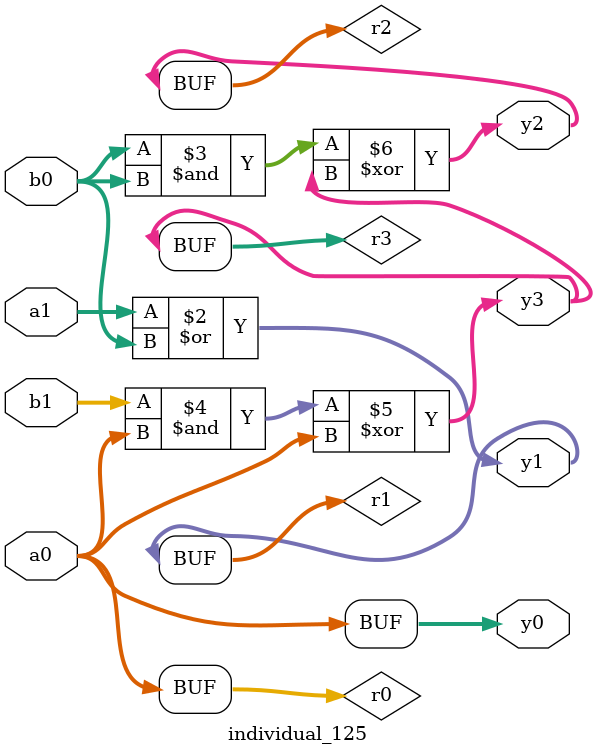
<source format=sv>
module individual_125(input logic [15:0] a1, input logic [15:0] a0, input logic [15:0] b1, input logic [15:0] b0, output logic [15:0] y3, output logic [15:0] y2, output logic [15:0] y1, output logic [15:0] y0);
logic [15:0] r0, r1, r2, r3; 
 always@(*) begin 
	 r0 = a0; r1 = a1; r2 = b0; r3 = b1; 
 	 r1  |=  r2 ;
 	 r2  &=  b0 ;
 	 r3  &=  a0 ;
 	 r3  ^=  a0 ;
 	 r2  ^=  r3 ;
 	 y3 = r3; y2 = r2; y1 = r1; y0 = r0; 
end
endmodule
</source>
